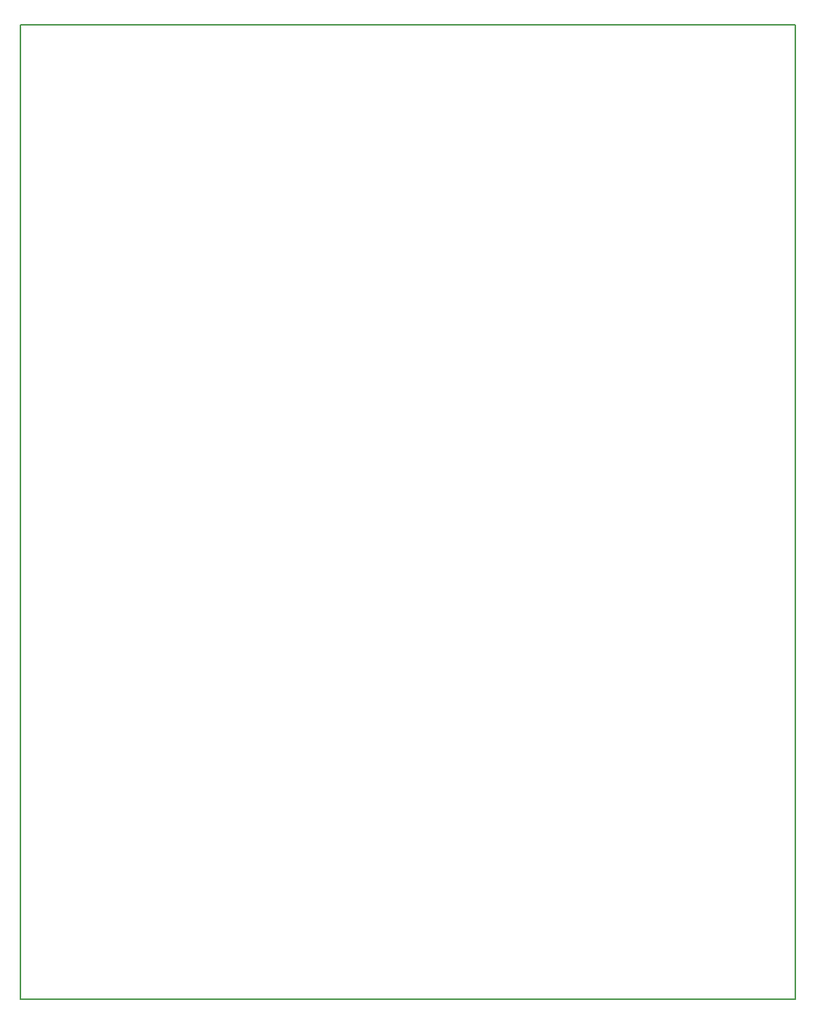
<source format=gbr>
%TF.GenerationSoftware,KiCad,Pcbnew,5.0.2-bee76a0~70~ubuntu18.04.1*%
%TF.CreationDate,2019-03-20T00:35:03+07:00*%
%TF.ProjectId,Display,44697370-6c61-4792-9e6b-696361645f70,rev?*%
%TF.SameCoordinates,PX1036640PY112a880*%
%TF.FileFunction,Profile,NP*%
%FSLAX46Y46*%
G04 Gerber Fmt 4.6, Leading zero omitted, Abs format (unit mm)*
G04 Created by KiCad (PCBNEW 5.0.2-bee76a0~70~ubuntu18.04.1) date Wed 20 Mar 2019 12:35:03 AM +07*
%MOMM*%
%LPD*%
G01*
G04 APERTURE LIST*
%ADD10C,0.150000*%
G04 APERTURE END LIST*
D10*
X90000000Y0D02*
X0Y0D01*
X90000000Y-113000000D02*
X90000000Y0D01*
X0Y-113000000D02*
X90000000Y-113000000D01*
X0Y0D02*
X0Y-113000000D01*
M02*

</source>
